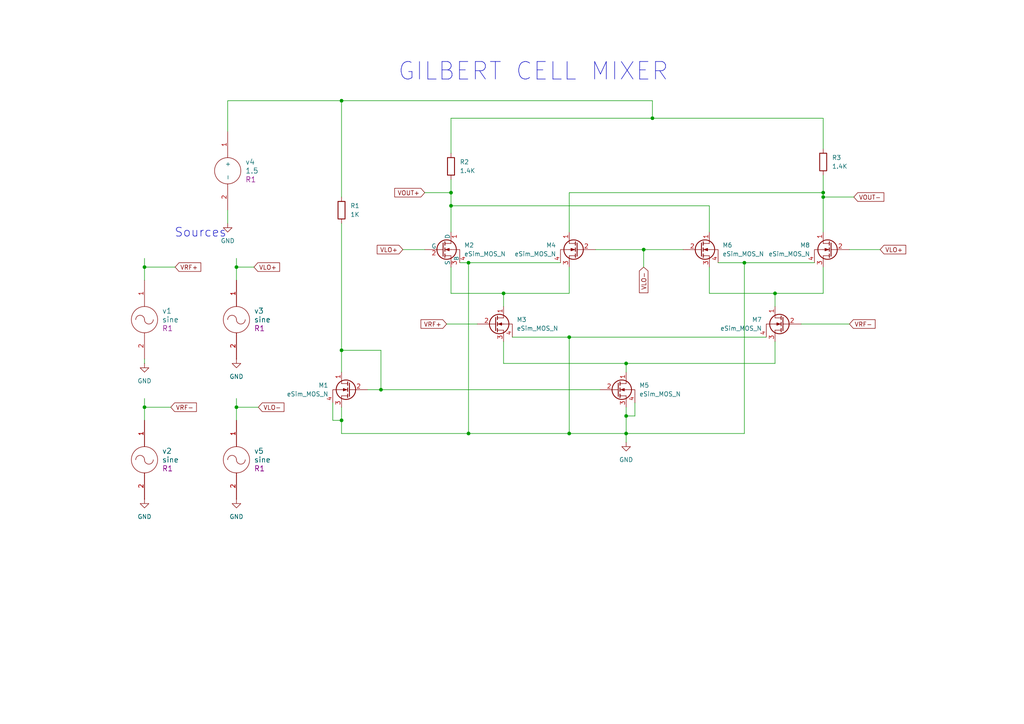
<source format=kicad_sch>
(kicad_sch (version 20231120) (generator "eeschema") (generator_version "8.0")
  (paper "A4")
  (lib_symbols
    (symbol "Device:R" (pin_numbers hide) (pin_names (offset 0))
      (property "Reference" "R" (at 2.032 0 90))
      (property "Value" "R" (at 0 0 90))
      (symbol "R_0_1"
        (rectangle (start -1.016 -2.54) (end 1.016 2.54) (stroke (width 0.254)))
      )
      (symbol "R_1_1"
        (pin passive line (at 0 3.81 270) (length 1.27) (name "~") (number "1"))
        (pin passive line (at 0 -3.81 90) (length 1.27) (name "~") (number "2"))
      )
    )
    (symbol "eSim_Devices:eSim_MOS_N" (pin_names (offset 0) hide)
      (property "Reference" "M" (at 0 -3.81 0))
      (property "Value" "eSim_MOS_N" (at 2.54 -1.27 0))
      (symbol "eSim_MOS_N_0_1"
        (polyline (pts (xy 3.302 -7.366) (xy 3.302 -6.35)) (stroke (width 0.254)))
        (polyline (pts (xy 3.302 -6.858) (xy 5.08 -6.858)))
        (polyline (pts (xy 3.302 -5.588) (xy 3.302 -4.572)) (stroke (width 0.254)))
        (polyline (pts (xy 3.302 -5.08) (xy 5.08 -5.08)))
        (polyline (pts (xy 3.302 -3.81) (xy 3.302 -2.794)) (stroke (width 0.254)))
        (polyline (pts (xy 3.302 -3.302) (xy 5.08 -3.302)))
        (polyline (pts (xy 5.08 -7.62) (xy 5.08 -6.858)))
        (polyline (pts (xy 5.08 -3.302) (xy 5.08 -2.54)))
        (polyline (pts (xy 2.794 -6.985) (xy 2.794 -3.175) (xy 2.794 -3.175)) (stroke (width 0.254)))
        (polyline (pts (xy 5.08 -5.08) (xy 7.62 -5.08) (xy 7.62 -6.35)))
        (polyline (pts (xy 3.556 -5.08) (xy 4.572 -5.461) (xy 4.572 -4.699) (xy 3.556 -5.08)) (fill (type outline)))
        (circle (center 3.81 -5.08) (radius 2.8194) (stroke (width 0.254)))
      )
      (symbol "eSim_MOS_N_1_1"
        (pin passive line (at 5.08 0 270) (length 2.54) (name "D") (number "1"))
        (pin passive line (at -2.54 -5.08 0) (length 5.334) (name "G") (number "2"))
        (pin passive line (at 5.08 -10.16 90) (length 2.54) (name "S") (number "3"))
        (pin passive line (at 7.62 -8.89 90) (length 2.4892) (name "B") (number "4"))
      )
    )
    (symbol "eSim_MOS_N_1" (pin_names (offset 0))
      (property "Reference" "M" (at 0 -3.81 0))
      (property "Value" "eSim_MOS_N" (at 2.54 -1.27 0))
      (symbol "eSim_MOS_N_1_0_1"
        (polyline (pts (xy 3.302 -7.366) (xy 3.302 -6.35)) (stroke (width 0.254)))
        (polyline (pts (xy 3.302 -6.858) (xy 5.08 -6.858)))
        (polyline (pts (xy 3.302 -5.588) (xy 3.302 -4.572)) (stroke (width 0.254)))
        (polyline (pts (xy 3.302 -5.08) (xy 5.08 -5.08)))
        (polyline (pts (xy 3.302 -3.81) (xy 3.302 -2.794)) (stroke (width 0.254)))
        (polyline (pts (xy 3.302 -3.302) (xy 5.08 -3.302)))
        (polyline (pts (xy 5.08 -7.62) (xy 5.08 -6.858)))
        (polyline (pts (xy 5.08 -3.302) (xy 5.08 -2.54)))
        (polyline (pts (xy 2.794 -6.985) (xy 2.794 -3.175) (xy 2.794 -3.175)) (stroke (width 0.254)))
        (polyline (pts (xy 5.08 -5.08) (xy 7.62 -5.08) (xy 7.62 -6.35)))
        (polyline (pts (xy 3.556 -5.08) (xy 4.572 -5.461) (xy 4.572 -4.699) (xy 3.556 -5.08)) (fill (type outline)))
        (circle (center 3.81 -5.08) (radius 2.8194) (stroke (width 0.254)))
      )
      (symbol "eSim_MOS_N_1_1_1"
        (pin passive line (at 5.08 0 270) (length 2.54) (name "D") (number "1"))
        (pin passive line (at -2.54 -5.08 0) (length 5.334) (name "G") (number "2"))
        (pin passive line (at 5.08 -10.16 90) (length 2.54) (name "S") (number "3"))
        (pin passive line (at 7.62 -8.89 90) (length 2.4892) (name "B") (number "4"))
      )
    )
    (symbol "eSim_Sources:DC" (pin_names (offset 1.016))
      (property "Reference" "v" (at -5.08 2.54 0))
      (property "Value" "DC" (at -5.08 -1.27 0))
      (property "Footprint" "R1" (at -7.62 0 0))
      (symbol "DC_0_1"
        (circle (center 0 0) (radius 3.81))
      )
      (symbol "DC_1_1"
        (pin power_out line (at 0 11.43 270) (length 7.62) (name "+") (number "1"))
        (pin power_out line (at 0 -11.43 90) (length 7.62) (name "-") (number "2"))
      )
    )
    (symbol "eSim_Sources:sine" (pin_names (offset 1.016))
      (property "Reference" "v" (at -5.08 2.54 0))
      (property "Value" "sine" (at -5.08 -1.27 0))
      (property "Footprint" "R1" (at -7.62 0 0))
      (symbol "sine_0_1"
        (arc (start 0 0) (mid -1.27 1.2645) (end -2.54 0))
        (arc (start 0 0) (mid 1.27 -1.2645) (end 2.54 0))
        (circle (center 0 0) (radius 3.81))
      )
      (symbol "sine_1_1"
        (pin input line (at 0 11.43 270) (length 7.62) (name "+") (number "1"))
        (pin input line (at 0 -11.43 90) (length 7.62) (name "-") (number "2"))
      )
    )
    (symbol "power:GND" (power) (pin_numbers hide) (pin_names (offset 0) hide)
      (property "Value" "GND" (at 0 -3.81 0))
      (symbol "GND_0_1"
        (polyline (pts (xy 0 0) (xy 0 -1.27) (xy 1.27 -1.27) (xy 0 -2.54) (xy -1.27 -1.27) (xy 0 -1.27)))
      )
      (symbol "GND_1_1"
        (pin power_in line (at 0 0 270) (length 0) (name "~") (number "1"))
      )
    )
  )
  (junction (at 165.1 125.73))
  (junction (at 238.76 57.15))
  (junction (at 130.81 55.88))
  (junction (at 181.61 105.41))
  (junction (at 181.61 125.73))
  (junction (at 215.9 76.2))
  (junction (at 238.76 55.88))
  (junction (at 99.06 101.6))
  (junction (at 68.58 77.47))
  (junction (at 186.69 72.39))
  (junction (at 165.1 97.79))
  (junction (at 135.89 76.2))
  (junction (at 130.81 59.69))
  (junction (at 189.23 34.29))
  (junction (at 99.06 121.92))
  (junction (at 146.05 85.09))
  (junction (at 181.61 120.65))
  (junction (at 41.91 77.47))
  (junction (at 110.49 113.03))
  (junction (at 41.91 118.11))
  (junction (at 99.06 29.21))
  (junction (at 135.89 125.73))
  (junction (at 68.58 118.11))
  (junction (at 224.79 85.09))
  (wire (pts (xy 205.74 77.47) (xy 205.74 85.09)))
  (wire (pts (xy 66.04 60.96) (xy 66.04 64.77)))
  (wire (pts (xy 96.52 116.84) (xy 96.52 121.92)))
  (wire (pts (xy 181.61 105.41) (xy 224.79 105.41)))
  (wire (pts (xy 146.05 85.09) (xy 146.05 88.9)))
  (wire (pts (xy 41.91 77.47) (xy 50.8 77.47)))
  (wire (pts (xy 68.58 74.93) (xy 68.58 77.47)))
  (wire (pts (xy 68.58 115.57) (xy 68.58 118.11)))
  (wire (pts (xy 106.68 113.03) (xy 110.49 113.03)))
  (wire (pts (xy 224.79 85.09) (xy 238.76 85.09)))
  (wire (pts (xy 215.9 76.2) (xy 215.9 125.73)))
  (wire (pts (xy 247.65 57.15) (xy 238.76 57.15)))
  (wire (pts (xy 208.28 76.2) (xy 215.9 76.2)))
  (wire (pts (xy 130.81 44.45) (xy 130.81 34.29)))
  (wire (pts (xy 186.69 72.39) (xy 186.69 77.47)))
  (wire (pts (xy 96.52 121.92) (xy 99.06 121.92)))
  (wire (pts (xy 130.81 59.69) (xy 205.74 59.69)))
  (wire (pts (xy 41.91 77.47) (xy 41.91 81.28)))
  (wire (pts (xy 189.23 34.29) (xy 238.76 34.29)))
  (wire (pts (xy 165.1 97.79) (xy 165.1 125.73)))
  (wire (pts (xy 99.06 125.73) (xy 135.89 125.73)))
  (wire (pts (xy 99.06 101.6) (xy 99.06 107.95)))
  (wire (pts (xy 181.61 118.11) (xy 181.61 120.65)))
  (wire (pts (xy 146.05 85.09) (xy 165.1 85.09)))
  (wire (pts (xy 165.1 97.79) (xy 222.25 97.79)))
  (wire (pts (xy 66.04 29.21) (xy 99.06 29.21)))
  (wire (pts (xy 181.61 120.65) (xy 181.61 125.73)))
  (wire (pts (xy 129.54 93.98) (xy 138.43 93.98)))
  (wire (pts (xy 146.05 99.06) (xy 146.05 105.41)))
  (wire (pts (xy 224.79 85.09) (xy 224.79 88.9)))
  (wire (pts (xy 41.91 115.57) (xy 41.91 118.11)))
  (wire (pts (xy 41.91 104.14) (xy 41.91 105.41)))
  (wire (pts (xy 135.89 76.2) (xy 162.56 76.2)))
  (wire (pts (xy 181.61 125.73) (xy 215.9 125.73)))
  (wire (pts (xy 41.91 74.93) (xy 41.91 77.47)))
  (wire (pts (xy 133.35 76.2) (xy 135.89 76.2)))
  (wire (pts (xy 110.49 101.6) (xy 110.49 113.03)))
  (wire (pts (xy 215.9 76.2) (xy 236.22 76.2)))
  (wire (pts (xy 68.58 118.11) (xy 68.58 121.92)))
  (wire (pts (xy 99.06 29.21) (xy 99.06 57.15)))
  (wire (pts (xy 181.61 105.41) (xy 181.61 107.95)))
  (wire (pts (xy 130.81 34.29) (xy 189.23 34.29)))
  (wire (pts (xy 186.69 72.39) (xy 198.12 72.39)))
  (wire (pts (xy 135.89 125.73) (xy 165.1 125.73)))
  (wire (pts (xy 165.1 77.47) (xy 165.1 85.09)))
  (wire (pts (xy 165.1 55.88) (xy 238.76 55.88)))
  (wire (pts (xy 68.58 77.47) (xy 68.58 81.28)))
  (wire (pts (xy 130.81 77.47) (xy 130.81 85.09)))
  (wire (pts (xy 205.74 85.09) (xy 224.79 85.09)))
  (wire (pts (xy 238.76 50.8) (xy 238.76 55.88)))
  (wire (pts (xy 238.76 57.15) (xy 238.76 67.31)))
  (wire (pts (xy 41.91 118.11) (xy 49.53 118.11)))
  (wire (pts (xy 130.81 85.09) (xy 146.05 85.09)))
  (wire (pts (xy 41.91 118.11) (xy 41.91 121.92)))
  (wire (pts (xy 99.06 118.11) (xy 99.06 121.92)))
  (wire (pts (xy 99.06 64.77) (xy 99.06 101.6)))
  (wire (pts (xy 74.93 118.11) (xy 68.58 118.11)))
  (wire (pts (xy 135.89 76.2) (xy 135.89 125.73)))
  (wire (pts (xy 123.19 55.88) (xy 130.81 55.88)))
  (wire (pts (xy 238.76 77.47) (xy 238.76 85.09)))
  (wire (pts (xy 181.61 120.65) (xy 184.15 120.65)))
  (wire (pts (xy 130.81 55.88) (xy 130.81 59.69)))
  (wire (pts (xy 73.66 77.47) (xy 68.58 77.47)))
  (wire (pts (xy 205.74 67.31) (xy 205.74 59.69)))
  (wire (pts (xy 99.06 29.21) (xy 189.23 29.21)))
  (wire (pts (xy 172.72 72.39) (xy 186.69 72.39)))
  (wire (pts (xy 116.84 72.39) (xy 123.19 72.39)))
  (wire (pts (xy 189.23 29.21) (xy 189.23 34.29)))
  (wire (pts (xy 99.06 121.92) (xy 99.06 125.73)))
  (wire (pts (xy 99.06 101.6) (xy 110.49 101.6)))
  (wire (pts (xy 238.76 55.88) (xy 238.76 57.15)))
  (wire (pts (xy 232.41 93.98) (xy 246.38 93.98)))
  (wire (pts (xy 165.1 67.31) (xy 165.1 55.88)))
  (wire (pts (xy 224.79 99.06) (xy 224.79 105.41)))
  (wire (pts (xy 238.76 34.29) (xy 238.76 43.18)))
  (wire (pts (xy 246.38 72.39) (xy 255.27 72.39)))
  (wire (pts (xy 110.49 113.03) (xy 173.99 113.03)))
  (wire (pts (xy 130.81 59.69) (xy 130.81 67.31)))
  (wire (pts (xy 165.1 125.73) (xy 181.61 125.73)))
  (wire (pts (xy 66.04 38.1) (xy 66.04 29.21)))
  (wire (pts (xy 148.59 97.79) (xy 165.1 97.79)))
  (wire (pts (xy 146.05 105.41) (xy 181.61 105.41)))
  (wire (pts (xy 181.61 125.73) (xy 181.61 128.27)))
  (wire (pts (xy 130.81 52.07) (xy 130.81 55.88)))
  (wire (pts (xy 184.15 120.65) (xy 184.15 116.84)))
  (text "Sources" (at 58.166 67.564 0) (effects (font (size 2.54 2.54))))
  (text "GILBERT CELL MIXER" (at 154.686 20.828 0) (effects (font (size 5.08 5.08))))
  (global_label "VRF-" (shape input) (at 49.53 118.11 0) (property "Intersheetrefs" "${INTERSHEET_REFS}" (effects (hide yes))))
  (global_label "VLO+" (shape input) (at 73.66 77.47 0) (property "Intersheetrefs" "${INTERSHEET_REFS}" (effects (hide yes))))
  (global_label "VLO-" (shape input) (at 74.93 118.11 0) (property "Intersheetrefs" "${INTERSHEET_REFS}" (effects (hide yes))))
  (global_label "VLO-" (shape input) (at 186.69 77.47 270) (property "Intersheetrefs" "${INTERSHEET_REFS}" (effects (hide yes))))
  (global_label "VRF+" (shape input) (at 129.54 93.98 180) (property "Intersheetrefs" "${INTERSHEET_REFS}" (effects (hide yes))))
  (global_label "VLO+" (shape input) (at 116.84 72.39 180) (property "Intersheetrefs" "${INTERSHEET_REFS}" (effects (hide yes))))
  (global_label "VOUT-" (shape input) (at 247.65 57.15 0) (property "Intersheetrefs" "${INTERSHEET_REFS}" (effects (hide yes))))
  (global_label "VRF+" (shape input) (at 50.8 77.47 0) (property "Intersheetrefs" "${INTERSHEET_REFS}" (effects (hide yes))))
  (global_label "VOUT+" (shape input) (at 123.19 55.88 180) (property "Intersheetrefs" "${INTERSHEET_REFS}" (effects (hide yes))))
  (global_label "VLO+" (shape input) (at 255.27 72.39 0) (property "Intersheetrefs" "${INTERSHEET_REFS}" (effects (hide yes))))
  (global_label "VRF-" (shape input) (at 246.38 93.98 0) (property "Intersheetrefs" "${INTERSHEET_REFS}" (effects (hide yes))))
  (symbol (lib_name "eSim_MOS_N_1") (lib_id "eSim_Devices:eSim_MOS_N") (at 125.73 67.31 0) (unit 1)
    (property "Reference" "M2" (at 134.62 71.1199 0) (effects (justify left)))
    (property "Value" "eSim_MOS_N" (at 134.62 73.6599 0) (effects (justify left)))
    (property "Sim.Library" "/home/ajay/ihp/IHP-Open-PDK/ihp-sg13g2/libs.tech/ngspice/models/MOSlv_tt.lib" (effects (hide yes)))
    (property "Sim.Name" "sg13_lv_nmos" (effects (hide yes)))
    (property "Sim.Device" "SUBCKT" (effects (hide yes)))
    (property "Sim.Pins" "1=d 2=g 3=s 4=b" (effects (hide yes)))
    (property "Sim.Params" "w=13u l=0.13u" (effects (hide yes)))
  )
  (symbol (lib_id "eSim_Devices:eSim_MOS_N") (at 170.18 67.31 0) (mirror y) (unit 1)
    (property "Reference" "M4" (at 161.29 71.1199 0) (effects (justify left)))
    (property "Value" "eSim_MOS_N" (at 161.29 73.6599 0) (effects (justify left)))
    (property "Sim.Library" "/home/ajay/ihp/IHP-Open-PDK/ihp-sg13g2/libs.tech/ngspice/models/MOSlv_tt.lib" (effects (hide yes)))
    (property "Sim.Name" "sg13_lv_nmos" (effects (hide yes)))
    (property "Sim.Device" "SUBCKT" (effects (hide yes)))
    (property "Sim.Pins" "1=d 2=g 3=s 4=b" (effects (hide yes)))
    (property "Sim.Params" "w=13u l=0.13u" (effects (hide yes)))
  )
  (symbol (lib_id "eSim_Devices:eSim_MOS_N") (at 140.97 88.9 0) (unit 1)
    (property "Reference" "M3" (at 149.86 92.7099 0) (effects (justify left)))
    (property "Value" "eSim_MOS_N" (at 149.86 95.2499 0) (effects (justify left)))
    (property "Sim.Library" "/home/ajay/ihp/IHP-Open-PDK/ihp-sg13g2/libs.tech/ngspice/models/MOSlv_tt.lib" (effects (hide yes)))
    (property "Sim.Name" "sg13_lv_nmos" (effects (hide yes)))
    (property "Sim.Device" "SUBCKT" (effects (hide yes)))
    (property "Sim.Pins" "1=d 2=g 3=s 4=b" (effects (hide yes)))
    (property "Sim.Params" "w=8u l=0.13u" (effects (hide yes)))
  )
  (symbol (lib_id "eSim_Devices:eSim_MOS_N") (at 176.53 107.95 0) (unit 1)
    (property "Reference" "M5" (at 185.42 111.7599 0) (effects (justify left)))
    (property "Value" "eSim_MOS_N" (at 185.42 114.2999 0) (effects (justify left)))
    (property "Sim.Library" "/home/ajay/ihp/IHP-Open-PDK/ihp-sg13g2/libs.tech/ngspice/models/MOSlv_tt.lib" (effects (hide yes)))
    (property "Sim.Name" "sg13_lv_nmos" (effects (hide yes)))
    (property "Sim.Device" "SUBCKT" (effects (hide yes)))
    (property "Sim.Pins" "1=d 2=g 3=s 4=b" (effects (hide yes)))
    (property "Sim.Params" "w=10.1u l=0.13u" (effects (hide yes)))
  )
  (symbol (lib_id "eSim_Devices:eSim_MOS_N") (at 243.84 67.31 0) (mirror y) (unit 1)
    (property "Reference" "M8" (at 234.95 71.1199 0) (effects (justify left)))
    (property "Value" "eSim_MOS_N" (at 234.95 73.6599 0) (effects (justify left)))
    (property "Sim.Library" "/home/ajay/ihp/IHP-Open-PDK/ihp-sg13g2/libs.tech/ngspice/models/MOSlv_tt.lib" (effects (hide yes)))
    (property "Sim.Name" "sg13_lv_nmos" (effects (hide yes)))
    (property "Sim.Device" "SUBCKT" (effects (hide yes)))
    (property "Sim.Pins" "1=d 2=g 3=s 4=b" (effects (hide yes)))
    (property "Sim.Params" "w=13u l=0.13u" (effects (hide yes)))
  )
  (symbol (lib_id "eSim_Sources:sine") (at 68.58 133.35 0) (unit 1)
    (property "Reference" "v5" (at 73.66 130.8099 0) (effects (font (size 1.524 1.524)) (justify left)))
    (property "Value" "sine" (at 73.66 133.3499 0) (effects (font (size 1.524 1.524)) (justify left)))
    (property "Footprint" "R1" (at 73.66 135.8899 0) (effects (font (size 1.524 1.524)) (justify left)))
    (property "Sim.Device" "V" (effects (hide yes)))
    (property "Sim.Type" "SIN" (effects (hide yes)))
    (property "Sim.Pins" "1=+ 2=-" (effects (hide yes)))
    (property "Sim.Params" "dc=1 ampl=-30m f=2G td=0 theta=0 phase=0 ac=30m ph=180" (effects (hide yes)))
  )
  (symbol (lib_id "Device:R") (at 238.76 46.99 0) (unit 1)
    (property "Reference" "R3" (at 241.3 45.7199 0) (effects (justify left)))
    (property "Value" "1.4K" (at 241.3 48.2599 0) (effects (justify left)))
    (property "Description" "Resistor" (effects (hide yes)))
    (property "Sim.Device" "R" (effects (hide yes)))
    (property "Sim.Pins" "1=+ 2=-" (effects (hide yes)))
  )
  (symbol (lib_id "power:GND") (at 68.58 104.14 0) (unit 1)
    (property "Reference" "#PWR3" (effects (hide yes)))
    (property "Value" "GND" (at 68.58 109.22 0))
    (property "Description" "Power symbol creates a global label with name \"GND\" , ground" (effects (hide yes)))
  )
  (symbol (lib_id "power:GND") (at 41.91 105.41 0) (unit 1)
    (property "Reference" "#PWR1" (effects (hide yes)))
    (property "Value" "GND" (at 41.91 110.49 0))
    (property "Description" "Power symbol creates a global label with name \"GND\" , ground" (effects (hide yes)))
  )
  (symbol (lib_id "power:GND") (at 66.04 64.77 0) (unit 1)
    (property "Reference" "#PWR4" (effects (hide yes)))
    (property "Value" "GND" (at 66.04 69.85 0))
    (property "Description" "Power symbol creates a global label with name \"GND\" , ground" (effects (hide yes)))
  )
  (symbol (lib_id "eSim_Sources:sine") (at 68.58 92.71 0) (unit 1)
    (property "Reference" "v3" (at 73.66 90.1699 0) (effects (font (size 1.524 1.524)) (justify left)))
    (property "Value" "sine" (at 73.66 92.7099 0) (effects (font (size 1.524 1.524)) (justify left)))
    (property "Footprint" "R1" (at 73.66 95.2499 0) (effects (font (size 1.524 1.524)) (justify left)))
    (property "Sim.Device" "V" (effects (hide yes)))
    (property "Sim.Type" "SIN" (effects (hide yes)))
    (property "Sim.Pins" "1=+ 2=-" (effects (hide yes)))
    (property "Sim.Params" "dc=1 ampl=30m f=2G td=0 theta=0 phase=0 ac=30m ph=0" (effects (hide yes)))
  )
  (symbol (lib_id "power:GND") (at 181.61 128.27 0) (unit 1)
    (property "Reference" "#PWR6" (effects (hide yes)))
    (property "Value" "GND" (at 181.61 133.35 0))
    (property "Description" "Power symbol creates a global label with name \"GND\" , ground" (effects (hide yes)))
  )
  (symbol (lib_id "eSim_Sources:DC") (at 66.04 49.53 0) (unit 1)
    (property "Reference" "v4" (at 71.12 46.9899 0) (effects (font (size 1.524 1.524)) (justify left)))
    (property "Value" "1.5" (at 71.12 49.5299 0) (effects (font (size 1.524 1.524)) (justify left)))
    (property "Footprint" "R1" (at 71.12 52.0699 0) (effects (font (size 1.524 1.524)) (justify left)))
    (property "Sim.Device" "V" (effects (hide yes)))
    (property "Sim.Type" "DC" (effects (hide yes)))
    (property "Sim.Pins" "1=+ 2=-" (effects (hide yes)))
    (property "Sim.Params" "ac=1.5" (effects (hide yes)))
  )
  (symbol (lib_id "eSim_Devices:eSim_MOS_N") (at 229.87 88.9 0) (mirror y) (unit 1)
    (property "Reference" "M7" (at 220.98 92.7099 0) (effects (justify left)))
    (property "Value" "eSim_MOS_N" (at 220.98 95.2499 0) (effects (justify left)))
    (property "Sim.Library" "/home/ajay/ihp/IHP-Open-PDK/ihp-sg13g2/libs.tech/ngspice/models/MOSlv_tt.lib" (effects (hide yes)))
    (property "Sim.Name" "sg13_lv_nmos" (effects (hide yes)))
    (property "Sim.Device" "SUBCKT" (effects (hide yes)))
    (property "Sim.Pins" "1=d 2=g 3=s 4=b" (effects (hide yes)))
    (property "Sim.Params" "w=8u l=0.13u" (effects (hide yes)))
  )
  (symbol (lib_id "Device:R") (at 99.06 60.96 0) (unit 1)
    (property "Reference" "R1" (at 101.6 59.6899 0) (effects (justify left)))
    (property "Value" "1K" (at 101.6 62.2299 0) (effects (justify left)))
    (property "Description" "Resistor" (effects (hide yes)))
    (property "Sim.Device" "R" (effects (hide yes)))
    (property "Sim.Pins" "1=+ 2=-" (effects (hide yes)))
  )
  (symbol (lib_id "eSim_Sources:sine") (at 41.91 92.71 0) (unit 1)
    (property "Reference" "v1" (at 46.99 90.1699 0) (effects (font (size 1.524 1.524)) (justify left)))
    (property "Value" "sine" (at 46.99 92.7099 0) (effects (font (size 1.524 1.524)) (justify left)))
    (property "Footprint" "R1" (at 46.99 95.2499 0) (effects (font (size 1.524 1.524)) (justify left)))
    (property "Sim.Device" "V" (effects (hide yes)))
    (property "Sim.Type" "SIN" (effects (hide yes)))
    (property "Sim.Pins" "1=+ 2=-" (effects (hide yes)))
    (property "Sim.Params" "dc=0.7 ampl=5m f=0.1G td=0 theta=0 phase=0 ac=5m ph=0" (effects (hide yes)))
  )
  (symbol (lib_id "power:GND") (at 41.91 144.78 0) (unit 1)
    (property "Reference" "#PWR2" (effects (hide yes)))
    (property "Value" "GND" (at 41.91 149.86 0))
    (property "Description" "Power symbol creates a global label with name \"GND\" , ground" (effects (hide yes)))
  )
  (symbol (lib_id "eSim_Devices:eSim_MOS_N") (at 104.14 107.95 0) (mirror y) (unit 1)
    (property "Reference" "M1" (at 95.25 111.7599 0) (effects (justify left)))
    (property "Value" "eSim_MOS_N" (at 95.25 114.2999 0) (effects (justify left)))
    (property "Sim.Library" "/home/ajay/ihp/IHP-Open-PDK/ihp-sg13g2/libs.tech/ngspice/models/MOSlv_tt.lib" (effects (hide yes)))
    (property "Sim.Name" "sg13_lv_nmos" (effects (hide yes)))
    (property "Sim.Device" "SUBCKT" (effects (hide yes)))
    (property "Sim.Pins" "1=d 2=g 3=s 4=b" (effects (hide yes)))
    (property "Sim.Params" "w=2u l=0.13u" (effects (hide yes)))
  )
  (symbol (lib_id "eSim_Devices:eSim_MOS_N") (at 200.66 67.31 0) (unit 1)
    (property "Reference" "M6" (at 209.55 71.1199 0) (effects (justify left)))
    (property "Value" "eSim_MOS_N" (at 209.55 73.6599 0) (effects (justify left)))
    (property "Sim.Library" "/home/ajay/ihp/IHP-Open-PDK/ihp-sg13g2/libs.tech/ngspice/models/MOSlv_tt.lib" (effects (hide yes)))
    (property "Sim.Name" "sg13_lv_nmos" (effects (hide yes)))
    (property "Sim.Device" "SUBCKT" (effects (hide yes)))
    (property "Sim.Pins" "1=d 2=g 3=s 4=b" (effects (hide yes)))
    (property "Sim.Params" "w=13u l=0.13u" (effects (hide yes)))
  )
  (symbol (lib_id "eSim_Sources:sine") (at 41.91 133.35 0) (unit 1)
    (property "Reference" "v2" (at 46.99 130.8099 0) (effects (font (size 1.524 1.524)) (justify left)))
    (property "Value" "sine" (at 46.99 133.3499 0) (effects (font (size 1.524 1.524)) (justify left)))
    (property "Footprint" "R1" (at 46.99 135.8899 0) (effects (font (size 1.524 1.524)) (justify left)))
    (property "Sim.Device" "V" (effects (hide yes)))
    (property "Sim.Type" "SIN" (effects (hide yes)))
    (property "Sim.Pins" "1=+ 2=-" (effects (hide yes)))
    (property "Sim.Params" "dc=0.7 ampl=-5m f=0.1G td=0 theta=0 phase=0 ac=5m ph=180" (effects (hide yes)))
  )
  (symbol (lib_id "power:GND") (at 68.58 144.78 0) (unit 1)
    (property "Reference" "#PWR5" (effects (hide yes)))
    (property "Value" "GND" (at 68.58 149.86 0))
    (property "Description" "Power symbol creates a global label with name \"GND\" , ground" (effects (hide yes)))
  )
  (symbol (lib_id "Device:R") (at 130.81 48.26 0) (unit 1)
    (property "Reference" "R2" (at 133.35 46.9899 0) (effects (justify left)))
    (property "Value" "1.4K" (at 133.35 49.5299 0) (effects (justify left)))
    (property "Description" "Resistor" (effects (hide yes)))
    (property "Sim.Device" "R" (effects (hide yes)))
    (property "Sim.Pins" "1=+ 2=-" (effects (hide yes)))
  )
)
</source>
